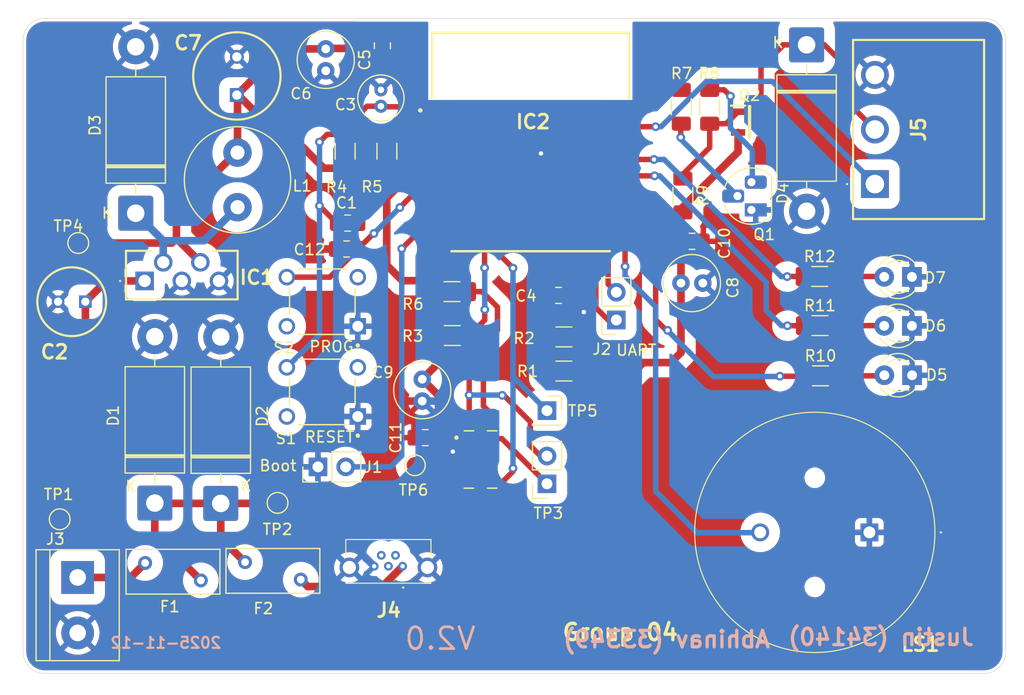
<source format=kicad_pcb>
(kicad_pcb (version 20241229) (generator "pcbnew") (generator_version "9.0")
  (title_block (title "KnockLock") (date "2025-11-12") (rev "V2.0") (company "HSRW") (comment 1 "Group 04") (comment 2 "Justin Julius Chin Cheong - 34140") (comment 3 "Abhinav Kothari - 33349"))
  (layers (0 "F.Cu" signal) (2 "B.Cu" signal) (13 "F.Paste" user) (15 "B.Paste" user) (5 "F.SilkS" user "F.Silkscreen") (7 "B.SilkS" user "B.Silkscreen") (1 "F.Mask" user) (3 "B.Mask" user) (25 "Edge.Cuts" user))
  (net 0 "")
  (net 1 "+5V")
  (net 2 "GND")
  (net 3 "+3.3V")
  (net 4 "BAT_V")
  (net 5 "MRESET")
  (net 6 "Net-(D3-K)")
  (net 7 "Net-(D4-K)")
  (net 8 "Net-(D5-A)")
  (net 9 "Net-(D6-A)")
  (net 10 "Net-(D7-A)")
  (net 11 "SDA")
  (net 12 "YLED")
  (net 13 "SERVO")
  (net 14 "RX")
  (net 15 "SCL")
  (net 16 "WAKE_INT")
  (net 17 "Net-(J3-Pin_1)")
  (net 18 "GLED")
  (net 19 "RLED")
  (net 20 "CONTROL")
  (net 21 "BUZZ")
  (net 22 "PROG")
  (net 24 "TX")
  (net 25 "BOOT")
  (net 33 "Net-(F2-Pad1)")
  (net 35 "Net-(Q1-B)")
  (net 36 "Net-(Q1-C)")
  (net 37 "Net-(Q2-G)")
  (footprint "SamacSys_Parts:CAPPRD350W65D800H1300" (layer "F.Cu") (at 124.122016 76.150747 90)
    (property "Reference" "C7")
    (property "Value" "330uF" (hide yes))
  )
  (footprint "SamacSys_Parts:ESP32C3WROOM02N4" (layer "F.Cu") (at 151.985 83.75)
    (property "Reference" "IC2")
    (property "Value" "ESP32-C3-WROOM-02-N4" (hide yes))
  )
  (footprint "Resistor_SMD:R_1206_3216Metric_Pad1.30x1.75mm_HandSolder" (layer "F.Cu") (at 154.075 98.3)
    (property "Reference" "R2")
    (property "Value" "6.8kOhms")
  )
  (footprint "Fuse:Fuse_BelFuse_0ZRE0012FF_L8.3mm_W3.8mm" (layer "F.Cu") (at 115.725 119)
    (property "Reference" "F1")
    (property "Value" "Polyfuse")
  )
  (footprint "LED_THT:LED_D3.0mm" (layer "F.Cu") (at 185.9587 101.807 180)
    (property "Reference" "D5")
    (property "Value" "R-LED")
  )
  (footprint "Capacitor_SMD:C_0805_2012Metric_Pad1.18x1.45mm_HandSolder" (layer "F.Cu") (at 137.45 71.6375 90)
    (property "Reference" "C5")
    (property "Value" "0.1uF")
  )
  (footprint "Fuse:Fuse_BelFuse_0ZRE0012FF_L8.3mm_W3.8mm" (layer "F.Cu") (at 129.975 120.525 180)
    (property "Reference" "F2")
    (property "Value" "Polyfuse")
  )
  (footprint "Diode_THT:D_DO-201AD_P15.24mm_Horizontal" (layer "F.Cu") (at 116.61 113.515 90)
    (property "Reference" "D1")
    (property "Value" "1N5822")
  )
  (footprint "SamacSys_Parts:SOT95P237X112-3N" (layer "F.Cu") (at 171.075 78.625)
    (property "Reference" "Q2")
    (property "Value" "IRLML6402TRPBF" (hide yes))
  )
  (footprint "TS02-66-60-BK-260-LCR-D:SW_TS02-66-60-BK-260-LCR-D" (layer "F.Cu") (at 131.95 95.075 180)
    (property "Reference" "S2")
    (property "Value" "Programming Button")
  )
  (footprint "Resistor_SMD:R_1206_3216Metric_Pad1.30x1.75mm_HandSolder" (layer "F.Cu") (at 167.425 77.225 -90)
    (property "Reference" "R8")
    (property "Value" "100 Ohms" (hide yes))
  )
  (footprint "TestPoint:TestPoint_Pad_D1.5mm" (layer "F.Cu") (at 127.85 113.5)
    (property "Reference" "TP2")
    (property "Value" "TP_Ext")
  )
  (footprint "SamacSys_Parts:PKM22EPPH4001B0" (layer "F.Cu") (at 182.05 116.2 180)
    (property "Reference" "LS1")
    (property "Value" "PKM22EPPH4001-B0" (hide yes))
  )
  (footprint "Connector_PinSocket_2.54mm:PinSocket_1x01_P2.54mm_Vertical" (layer "F.Cu") (at 152.525 105.05)
    (property "Reference" "TP5")
    (property "Value" "TP_IMUINT")
  )
  (footprint "LED_THT:LED_D3.0mm" (layer "F.Cu") (at 185.9444 97.2878 180)
    (property "Reference" "D6")
    (property "Value" "Y-LED")
  )
  (footprint "Resistor_SMD:R_1206_3216Metric_Pad1.30x1.75mm_HandSolder" (layer "F.Cu") (at 143.825 94.15)
    (property "Reference" "R6")
    (property "Value" "4k7Ohms")
  )
  (footprint "Diode_THT:D_DO-201AD_P15.24mm_Horizontal" (layer "F.Cu") (at 122.65 113.545 90)
    (property "Reference" "D2")
    (property "Value" "1N5822")
  )
  (footprint "Diode_THT:D_DO-201AD_P15.24mm_Horizontal" (layer "F.Cu") (at 114.862016 86.970747 90)
    (property "Reference" "D3")
    (property "Value" "1N5822")
  )
  (footprint "Connector_PinSocket_2.54mm:PinSocket_1x02_P2.54mm_Vertical" (layer "F.Cu") (at 158.875 96.75 180)
    (property "Reference" "J2")
    (property "Value" "UART")
  )
  (footprint "SamacSys_Parts:TBP04R1250003BE" (layer "F.Cu") (at 182.554016 84.303647 90)
    (property "Reference" "J5")
    (property "Value" "TBP04R12-500-03BE" (hide yes))
  )
  (footprint "Diode_THT:D_DO-201AD_P15.24mm_Horizontal" (layer "F.Cu") (at 176.3 71.55 -90)
    (property "Reference" "D4")
    (property "Value" "1N5822")
  )
  (footprint "ADXL345BCCZ-RL7:PQFN80P500X300X100-14N" (layer "F.Cu") (at 146.44 109.525)
    (property "Reference" "U1" (hide yes))
    (property "Value" "ADXL345BCCZ-RL7")
  )
  (footprint "Resistor_SMD:R_1206_3216Metric_Pad1.30x1.75mm_HandSolder" (layer "F.Cu") (at 177.497884 92.764053)
    (property "Reference" "R12")
    (property "Value" "27 Ohms")
  )
  (footprint "Capacitor_SMD:C_0805_2012Metric_Pad1.18x1.45mm_HandSolder" (layer "F.Cu") (at 165.8075 89.545 180)
    (property "Reference" "C10")
    (property "Value" "0.1uF")
  )
  (footprint "Resistor_SMD:R_1206_3216Metric_Pad1.30x1.75mm_HandSolder" (layer "F.Cu") (at 164.97 85.345 -90)
    (property "Reference" "R9")
    (property "Value" "100kOhms" (hide yes))
  )
  (footprint "SamacSys_Parts:USB3145301A" (layer "F.Cu") (at 138 119.08 180)
    (property "Reference" "J4")
    (property "Value" "Micro USB" (hide yes))
  )
  (footprint "LED_THT:LED_D3.0mm" (layer "F.Cu") (at 185.945 92.8 180)
    (property "Reference" "D7")
    (property "Value" "G-LED")
  )
  (footprint "Inductor_THT:L_Radial_D9.5mm_P5.00mm_Fastron_07HVP" (layer "F.Cu") (at 124.182016 86.420747 90)
    (property "Reference" "L1")
    (property "Value" "330uH")
  )
  (footprint "SamacSys_Parts:CAPPRD250W55D630H1220" (layer "F.Cu") (at 110.25 95.075 180)
    (property "Reference" "C2")
    (property "Value" "100uF")
  )
  (footprint "TestPoint:TestPoint_Pad_D1.5mm" (layer "F.Cu") (at 107.9 115 180)
    (property "Reference" "TP1")
    (property "Value" "TP_Bat")
  )
  (footprint "Resistor_SMD:R_1206_3216Metric_Pad1.30x1.75mm_HandSolder" (layer "F.Cu") (at 164.825 77.225 -90)
    (property "Reference" "R7")
    (property "Value" "10kOhms" (hide yes))
  )
  (footprint "Capacitor_THT:C_Radial_D4.0mm_H7.0mm_P1.50mm" (layer "F.Cu") (at 137.315 77.175 90)
    (property "Reference" "C3")
    (property "Value" "1uF")
  )
  (footprint "Resistor_SMD:R_1206_3216Metric_Pad1.30x1.75mm_HandSolder" (layer "F.Cu") (at 134.04 81.3 -90)
    (property "Reference" "R4")
    (property "Value" "10kOhms")
  )
  (footprint "Resistor_SMD:R_1206_3216Metric_Pad1.30x1.75mm_HandSolder" (layer "F.Cu") (at 177.522884 97.264053)
    (property "Reference" "R11")
    (property "Value" "27 Ohms")
  )
  (footprint "Resistor_SMD:R_1206_3216Metric_Pad1.30x1.75mm_HandSolder" (layer "F.Cu") (at 143.85 98.175)
    (property "Reference" "R3")
    (property "Value" "4k7Ohms")
  )
  (footprint "Capacitor_THT:C_Radial_D5.0mm_H11.0mm_P2.00mm" (layer "F.Cu") (at 166.795 93.37 180)
    (property "Reference" "C8")
    (property "Value" "10uF")
  )
  (footprint "Connector_PinHeader_2.54mm:PinHeader_1x02_P2.54mm_Vertical" (layer "F.Cu") (at 131.55 110.2 90)
    (property "Reference" "J1")
    (property "Value" "Boot Pins")
  )
  (footprint "Connector_PinSocket_2.54mm:PinSocket_1x02_P2.54mm_Vertical" (layer "F.Cu") (at 152.525 111.75 180)
    (property "Reference" "TP3")
    (property "Value" "TP_I2C")
  )
  (footprint "TerminalBlock:TerminalBlock_bornier-2_P5.08mm" (layer "F.Cu") (at 109.542716 120.327147 -90)
    (property "Reference" "J3")
    (property "Value" "Battery Port")
  )
  (footprint "Package_TO_SOT_THT:TO-92_HandSolder" (layer "F.Cu") (at 171.245 86.67 90)
    (property "Reference" "Q1")
    (property "Value" "BC547B")
  )
  (footprint "Resistor_SMD:R_1206_3216Metric_Pad1.30x1.75mm_HandSolder" (layer "F.Cu") (at 154.075 101.425 180)
    (property "Reference" "R1")
    (property "Value" "10kOhms")
  )
  (footprint "TestPoint:TestPoint_Pad_D1.5mm" (layer "F.Cu") (at 109.6 89.7)
    (property "Reference" "TP4")
    (property "Value" "TP_3.3V")
  )
  (footprint "Capacitor_SMD:C_0805_2012Metric_Pad1.18x1.45mm_HandSolder" (layer "F.Cu") (at 134.175 90.25)
    (property "Reference" "C12")
    (property "Value" "0.1uF")
  )
  (footprint "SamacSys_Parts:LM257533WT" (layer "F.Cu") (at 115.678016 93.170747)
    (property "Reference" "IC1")
    (property "Value" "LM2575-3.3WT" (hide yes))
  )
  (footprint "Capacitor_THT:C_Radial_D5.0mm_H11.0mm_P2.00mm" (layer "F.Cu") (at 132.265 73.925 90)
    (property "Reference" "C6")
    (property "Value" "10uF")
  )
  (footprint "Capacitor_THT:C_Radial_D5.0mm_H11.0mm_P2.00mm" (layer "F.Cu") (at 141.1 104.175 90)
    (property "Reference" "C9")
    (property "Value" "10uF")
  )
  (footprint "Capacitor_SMD:C_0805_2012Metric_Pad1.18x1.45mm_HandSolder" (layer "F.Cu") (at 153.575 94.5)
    (property "Reference" "C4")
    (property "Value" "0.1uF")
  )
  (footprint "Capacitor_SMD:C_0805_2012Metric_Pad1.18x1.45mm_HandSolder" (layer "F.Cu") (at 141.375 107.525)
    (property "Reference" "C11")
    (property "Value" "0.1uF")
  )
  (footprint "Capacitor_SMD:C_0805_2012Metric_Pad1.18x1.45mm_HandSolder" (layer "F.Cu") (at 134.265 87.875 180)
    (property "Reference" "C1")
    (property "Value" "0.1uF")
  )
  (footprint "TS02-66-60-BK-260-LCR-D:SW_TS02-66-60-BK-260-LCR-D" (layer "F.Cu") (at 131.95 103.3375 180)
    (property "Reference" "S1")
    (property "Value" "Reset Button")
  )
  (footprint "Resistor_SMD:R_1206_3216Metric_Pad1.30x1.75mm_HandSolder" (layer "F.Cu") (at 177.572884 101.864053)
    (property "Reference" "R10")
    (property "Value" "27 Ohms")
  )
  (footprint "Resistor_SMD:R_1206_3216Metric_Pad1.30x1.75mm_HandSolder" (layer "F.Cu") (at 137.865 81.3 90)
    (property "Reference" "R5")
    (property "Value" "10kOhms")
  )
  (footprint "TestPoint:TestPoint_Pad_D1.5mm" (layer "F.Cu") (at 140.425 110.05)
    (property "Reference" "TP6")
    (property "Value" "TP_IMUV" (hide yes))
  )
  (gr_line (start 192.541716 129.125147) (end 106.541716 129.125147) (stroke (width 0.05)) (layer "Edge.Cuts"))
  (gr_arc (start 192.541716 69.125147) (mid 193.95593 69.710933) (end 194.541716 71.125147) (stroke (width 0.05)) (layer "Edge.Cuts"))
  (gr_line (start 106.541716 69.125147) (end 192.541716 69.125147) (stroke (width 0.05)) (layer "Edge.Cuts"))
  (gr_arc (start 104.541716 71.125147) (mid 105.127502 69.710933) (end 106.541716 69.125147) (stroke (width 0.05)) (layer "Edge.Cuts"))
  (gr_arc (start 106.541716 129.125147) (mid 105.127502 128.539361) (end 104.541716 127.125147) (stroke (width 0.05)) (layer "Edge.Cuts"))
  (gr_line (start 104.541716 127.125147) (end 104.541716 71.125147) (stroke (width 0.05)) (layer "Edge.Cuts"))
  (gr_line (start 194.541716 71.125147) (end 194.541716 127.125147) (stroke (width 0.05)) (layer "Edge.Cuts"))
  (gr_arc (start 194.541716 127.125147) (mid 193.95593 128.539361) (end 192.541716 129.125147) (stroke (width 0.05)) (layer "Edge.Cuts"))
  (gr_text "Boot" (at 126.1 110.675 0) (layer "F.SilkS") (effects (font (size 1 1)) (justify left bottom)))
  (gr_text "UART" (at 158.775 100.1 0) (layer "F.SilkS") (effects (font (size 1 1)) (justify left bottom)))
  (gr_text "PROG" (at 130.675 99.775 0) (layer "F.SilkS") (effects (font (size 1 1)) (justify left bottom)))
  (gr_text "RESET" (at 130.25 108.05 0) (layer "F.SilkS") (effects (font (size 1 1)) (justify left bottom)))
  (gr_text "${COMMENT1}" (at 153.785 126.225 0) (layer "F.SilkS") (effects (font (size 1.5 1.5) (thickness 0.3) (bold yes)) (justify left bottom)))
  (gr_text "${PROJECTNAME} ${REVISION}\n" (at 147.675 127.1 0) (layer "B.SilkS") (effects (font (size 2 2) (thickness 0.25)) (justify left bottom mirror)))
  (gr_text "Justin (34140)" (at 191.775 126.675 0) (layer "B.SilkS") (effects (font (size 1.5 1.5) (thickness 0.3) (bold yes)) (justify left bottom mirror)))
  (gr_text "Abhinav (33349)" (at 173.1 126.875 0) (layer "B.SilkS") (effects (font (size 1.5 1.5) (thickness 0.3) (bold yes)) (justify left bottom mirror)))
  (gr_text "${ISSUE_DATE}" (at 122.8 126.9 0) (layer "B.SilkS") (effects (font (size 1 1) (thickness 0.2) (bold yes)) (justify left bottom mirror)))
  (segment (start 164.795 87.07) (end 164.97 86.895) (width 0.7) (layer "F.Cu") (net 1))
  (segment (start 143.85 113.5) (end 147.25 116.9) (width 0.7) (layer "F.Cu") (net 1))
  (segment (start 122.65 113.545) (end 127.805 113.545) (width 0.7) (layer "F.Cu") (net 1))
  (segment (start 164.97 86.895) (end 164.97 86.405) (width 0.7) (layer "F.Cu") (net 1))
  (segment (start 155.625 115.3) (end 155.625 106.375) (width 0.7) (layer "F.Cu") (net 1))
  (segment (start 161.35 100.65) (end 155.625 106.375) (width 0.7) (layer "F.Cu") (net 1))
  (segment (start 109.15 115) (end 110.25 113.9) (width 0.7) (layer "F.Cu") (net 1))
  (segment (start 116.61 116.385) (end 116.61 113.515) (width 0.7) (layer "F.Cu") (net 1))
  (segment (start 122.65 116.725) (end 122.65 113.545) (width 0.7) (layer "F.Cu") (net 1))
  (segment (start 120.825 120.6) (end 117.875 117.65) (width 0.7) (layer "F.Cu") (net 1))
  (segment (start 127.85 113.5) (end 143.85 113.5) (width 0.7) (layer "F.Cu") (net 1))
  (segment (start 124.875 118.925) (end 124.85 118.925) (width 0.7) (layer "F.Cu") (net 1))
  (segment (start 164.845 93.42) (end 164.795 93.37) (width 0.7) (layer "F.Cu") (net 1))
  (segment (start 155.65 115.325) (end 155.625 115.3) (width 0.7) (layer "F.Cu") (net 1))
  (segment (start 155.625 106.375) (end 155.625 101.425) (width 0.7) (layer "F.Cu") (net 1))
  (segment (start 163.875 100.65) (end 161.35 100.65) (width 0.7) (layer "F.Cu") (net 1))
  (segment (start 124.85 118.925) (end 122.65 116.725) (width 0.7) (layer "F.Cu") (net 1))
  (segment (start 110.25 113.9) (end 112.975 116.625) (width 0.7) (layer "F.Cu") (net 1))
  (segment (start 164.97 86.405) (end 170.025 81.35) (width 0.7) (layer "F.Cu") (net 1))
  (segment (start 164.795 99.73) (end 163.875 100.65) (width 0.7) (layer "F.Cu") (net 1))
  (segment (start 147.25 116.9) (end 154.075 116.9) (width 0.7) (layer "F.Cu") (net 1))
  (segment (start 110.25 95.075) (end 110.25 112.125) (width 0.7) (layer "F.Cu") (net 1))
  (segment (start 122.65 113.545) (end 116.64 113.545) (width 0.7) (layer "F.Cu") (net 1))
  (segment (start 107.9 115) (end 109.15 115) (width 0.7) (layer "F.Cu") (net 1))
  (segment (start 116.85 116.625) (end 117.875 117.65) (width 0.7) (layer "F.Cu") (net 1))
  (segment (start 154.075 116.9) (end 155.65 115.325) (width 0.7) (layer "F.Cu") (net 1))
  (segment (start 110.25 95.075) (end 112.154253 93.170747) (width 0.7) (layer "F.Cu") (net 1))
  (segment (start 110.25 112.125) (end 110.25 113.9) (width 0.7) (layer "F.Cu") (net 1))
  (segment (start 112.975 116.625) (end 116.85 116.625) (width 0.7) (layer "F.Cu") (net 1))
  (segment (start 110.172716 95.152284) (end 110.25 95.075) (width 0.7) (layer "F.Cu") (net 1))
  (segment (start 164.795 93.37) (end 164.795 99.73) (width 0.7) (layer "F.Cu") (net 1))
  (segment (start 117.875 117.65) (end 116.61 116.385) (width 0.7) (layer "F.Cu") (net 1))
  (segment (start 164.795 93.37) (end 164.795 87.07) (width 0.7) (layer "F.Cu") (net 1))
  (segment (start 112.154253 93.170747) (end 115.678016 93.170747) (width 0.7) (layer "F.Cu") (net 1))
  (segment (start 127.805 113.545) (end 127.85 113.5) (width 0.7) (layer "F.Cu") (net 1))
  (segment (start 170.025 81.35) (end 170.025 79.575) (width 0.7) (layer "F.Cu") (net 1))
  (segment (start 122.65 113.545) (end 122.65 113.8173) (width 0.7) (layer "F.Cu") (net 1))
  (segment (start 115.432269 92.925) (end 115.678016 93.170747) (width 0.7) (layer "F.Cu") (net 1))
  (segment (start 144.375 108.325) (end 145.43 108.325) (width 0.5) (layer "F.Cu") (net 2))
  (segment (start 153.085 82.65) (end 150.885 84.85) (width 0.5) (layer "F.Cu") (net 2))
  (segment (start 145.43 109.925) (end 144.663 109.925) (width 0.5) (layer "F.Cu") (net 2))
  (segment (start 152.585 82.15) (end 151.985 82.15) (width 0.5) (layer "F.Cu") (net 2))
  (segment (start 151.985 82.15) (end 151.985 81.51) (width 0.5) (layer "F.Cu") (net 2))
  (segment (start 150.885 82.65) (end 150.885 82.59) (width 0.5) (layer "F.Cu") (net 2))
  (segment (start 151.975 81.5) (end 151.975 81.54) (width 0.5) (layer "F.Cu") (net 2))
  (segment (start 150.885 83.75) (end 153.085 83.75) (width 0.5) (layer "F.Cu") (net 2))
  (segment (start 151.975 81.54) (end 153.085 82.65) (width 0.5) (layer "F.Cu") (net 2))
  (segment (start 141.1 104.175) (end 139.35 104.175) (width 0.7) (layer "F.Cu") (net 2))
  (segment (start 153.085 82.65) (end 152.585 82.15) (width 0.5) (layer "F.Cu") (net 2))
  (segment (start 144.663 109.925) (end 143.9 109.162) (width 0.5) (layer "F.Cu") (net 2))
  (segment (start 150.885 84.85) (end 150.885 82.65) (width 0.5) (layer "F.Cu") (net 2))
  (segment (start 147.45 108.325) (end 147.399 108.376) (width 0.5) (layer "F.Cu") (net 2))
  (segment (start 150.885 82.59) (end 151.975 81.5) (width 0.5) (layer "F.Cu") (net 2))
  (segment (start 133.1375 90.25) (end 130.675 90.25) (width 0.7) (layer "F.Cu") (net 2))
  (segment (start 151.985 81.51) (end 151.975 81.5) (width 0.5) (layer "F.Cu") (net 2))
  (segment (start 147.399 108.376) (end 145.481 108.376) (width 0.5) (layer "F.Cu") (net 2))
  (segment (start 150.885 82.65) (end 153.085 84.85) (width 0.5) (layer "F.Cu") (net 2))
  (segment (start 151.985 82.65) (end 151.985 84.85) (width 0.5) (layer "F.Cu") (net 2))
  (segment (start 153.085 82.65) (end 153.085 84.85) (width 0.5) (layer "F.Cu") (net 2))
  (segment (start 151.485 82.65) (end 151.985 82.15) (width 0.5) (layer "F.Cu") (net 2))
  (segment (start 135.3025 87.875) (end 135.3025 86.475) (width 0.7) (layer "F.Cu") (net 2))
  (segment (start 153.085 83.75) (end 151.985 84.85) (width 0.5) (layer "F.Cu") (net 2))
  (segment (start 143.9 109.162) (end 143.9 108.8) (width 0.5) (layer "F.Cu") (net 2))
  (segment (start 135.3025 85.8525) (end 135.3 85.85) (width 0.7) (layer "F.Cu") (net 2))
  (segment (start 151.985 84.85) (end 150.885 83.75) (width 0.5) (layer "F.Cu") (net 2))
  (segment (start 145.43 110.725) (end 145.43 109.925) (width 0.5) (layer "F.Cu") (net 2))
  (segment (start 143.9 108.8) (end 144.375 108.325) (width 0.5) (layer "F.Cu") (net 2))
  (segment (start 151.985 82.65) (end 153.085 83.75) (width 0.5) (layer "F.Cu") (net 2))
  (segment (start 151.985 82.65) (end 151.985 82.15) (width 0.5) (layer "F.Cu") (net 2))
  (segment (start 145.481 108.376) (end 145.43 108.325) (width 0.5) (layer "F.Cu") (net 2))
  (segment (start 176.184016 87.193647) (end 176.184016 86.340984) (width 0.5) (layer "F.Cu") (net 2))
  (segment (start 150.885 83.75) (end 151.985 82.65) (width 0.5) (layer "F.Cu") (net 2))
  (segment (start 150.885 82.65) (end 151.485 82.65) (width 0.5) (layer "F.Cu") (net 2))
  (segment (start 150.885 82.65) (end 153.085 82.65) (width 0.5) (layer "F.Cu") (net 2))
  (segment (start 153.085 84.85) (end 150.885 84.85) (width 0.5) (layer "F.Cu") (net 2))
  (via (at 151.975 81.5) (size 0.8) (drill 0.4) (layers "F.Cu" "B.Cu") (net 2))
  (via (at 155.9 96.025) (size 0.8) (drill 0.4) (layers "F.Cu" "B.Cu") (net 2))
  (via (at 143.9 108.8) (size 0.8) (drill 0.4) (layers "F.Cu" "B.Cu") (net 2))
  (segment (start 136.7 119.3) (end 135.575 118.175) (width 0.7) (layer "B.Cu") (net 2))
  (segment (start 135.575 118.175) (end 135.575 116.375) (width 0.7) (layer "B.Cu") (net 2))
  (segment (start 141.1 104.175) (end 143 104.175) (width 0.7) (layer "B.Cu") (net 2))
  (segment (start 140.225 72.3) (end 140.225 76.325) (width 0.7) (layer "F.Cu") (net 3))
  (segment (start 139.275 93.15) (end 141.275 93.15) (width 0.7) (layer "F.Cu") (net 3))
  (segment (start 142.4185 107.519) (end 145.43 107.519) (width 0.7) (layer "F.Cu") (net 3))
  (segment (start 128.065 78.825) (end 132.09 82.85) (width 0.7) (layer "F.Cu") (net 3))
  (segment (start 128.347763 71.925) (end 132.265 71.925) (width 0.7) (layer "F.Cu") (net 3))
  (segment (start 143.894 110.956) (end 144.469 111.531) (width 0.7) (layer "F.Cu") (net 3))
  (segment (start 132.09 82.85) (end 134.04 82.85) (width 0.7) (layer "F.Cu") (net 3))
  (segment (start 136.09 70.6) (end 137.45 70.6) (width 0.7) (layer "F.Cu") (net 3))
  (segment (start 132.315 71.875) (end 134.815 71.875) (width 0.7) (layer "F.Cu") (net 3))
  (segment (start 124.182016 81.420747) (end 124.182016 76.210747) (width 0.7) (layer "F.Cu") (net 3))
  (segment (start 142.6 103.675) (end 142.6 107.3375) (width 0.7) (layer "F.Cu") (net 3))
  (segment (start 118.59 86.885) (end 118.59 89.275731) (width 0.7) (layer "F.Cu") (net 3))
  (segment (start 145.434 111.535) (end 145.43 111.531) (width 0.7) (layer "F.Cu") (net 3))
  (segment (start 142.4125 109.4745) (end 143.4065 110.4685) (width 0.7) (layer "F.Cu") (net 3))
  (segment (start 142.988 110.05) (end 143.894 110.956) (width 0.7) (layer "F.Cu") (net 3))
  (segment (start 146.44 111.535) (end 145.434 111.535) (width 0.7) (layer "F.Cu") (net 3))
  (segment (start 137.45 70.6) (end 138.525 70.6) (width 0.7) (layer "F.Cu") (net 3))
  (segment (start 124.182016 81.420747) (end 124.054253 81.420747) (width 0.7) (layer "F.Cu") (net 3))
  (segment (start 124.054253 81.420747) (end 118.59 86.885) (width 0.7) (layer "F.Cu") (net 3))
  (segment (start 142.4125 107.525) (end 142.4125 109.4745) (width 0.7) (layer "F.Cu") (net 3))
  (segment (start 141.1 102.175) (end 142.6 103.675) (width 0.7) (layer "F.Cu") (net 3))
  (segment (start 143.4065 110.4685) (end 143.894 110.956) (width 0.7) (layer "F.Cu") (net 3))
  (segment (start 141.45 77.55) (end 142.275 77.55) (width 0.7) (layer "F.Cu") (net 3))
  (segment (start 138.525 70.6) (end 140.225 72.3) (width 0.7) (layer "F.Cu") (net 3))
  (segment (start 132.265 71.925) (end 132.315 71.875) (width 0.7) (layer "F.Cu") (net 3))
  (segment (start 141.275 93.15) (end 142.275 94.15) (width 0.7) (layer "F.Cu") (net 3))
  (segment (start 140.425 110.05) (end 142.988 110.05) (width 0.7) (layer "F.Cu") (net 3))
  (segment (start 142.3 100.975) (end 141.1 102.175) (width 0.7) (layer "F.Cu") (net 3))
  (segment (start 124.122016 76.150747) (end 124.250747 76.150747) (width 0.7) (layer "F.Cu") (net 3))
  (segment (start 124.182016 76.210747) (end 124.122016 76.150747) (width 0.7) (layer "F.Cu") (net 3))
  (segment (start 144.469 111.531) (end 145.43 111.531) (width 0.7) (layer "F.Cu") (net 3))
  (segment (start 137.85 91.725) (end 139.275 93.15) (width 0.7) (layer "F.Cu") (net 3))
  (segment (start 142.4125 107.525) (end 142.4185 107.519) (width 0.7) (layer "F.Cu") (net 3))
  (segment (start 118.165731 89.7) (end 118.59 89.275731) (width 0.7) (layer "F.Cu") (net 3))
  (segment (start 142.3 98.175) (end 142.3 100.975) (width 0.7) (layer "F.Cu") (net 3))
  (segment (start 142.6 107.3375) (end 142.4125 107.525) (width 0.7) (layer "F.Cu") (net 3))
  (segment (start 142.275 98.15) (end 142.25 98.175) (width 0.7) (layer "F.Cu") (net 3))
  (segment (start 124.122016 76.150747) (end 128.347763 71.925) (width 0.7) (layer "F.Cu") (net 3))
  (segment (start 138.65 83.635) (end 138.65 84.775) (width 0.7) (layer "F.Cu") (net 3))
  (segment (start 142.275 94.15) (end 142.275 98.15) (width 0.7) (layer "F.Cu") (net 3))
  (segment (start 138.65 84.775) (end 137.85 85.575) (width 0.7) (layer "F.Cu") (net 3))
  (segment (start 124.250747 76.150747) (end 126.925 78.825) (width 0.7) (layer "F.Cu") (net 3))
  (segment (start 140.225 76.325) (end 141.45 77.55) (width 0.7) (layer "F.Cu") (net 3))
  (segment (start 118.59 89.275731) (end 120.783016 91.468747) (width 0.7) (layer "F.Cu") (net 3))
  (segment (start 137.865 82.85) (end 138.65 83.635) (width 0.7) (layer "F.Cu") (net 3))
  (segment (start 134.815 71.875) (end 136.09 70.6) (width 0.7) (layer "F.Cu") (net 3))
  (segment (start 134.04 82.85) (end 137.865 82.85) (width 0.7) (layer "F.Cu") (net 3))
  (segment (start 109.9 89.7) (end 118.165731 89.7) (width 0.7) (layer "F.Cu") (net 3))
  (segment (start 137.85 85.575) (end 137.85 91.725) (width 0.7) (layer "F.Cu") (net 3))
  (segment (start 126.925 78.825) (end 128.065 78.825) (width 0.7) (layer "F.Cu") (net 3))
  (segment (start 155.76 88.425) (end 152.525 91.66) (width 0.7) (layer "F.Cu") (net 4))
  (segment (start 159.775 80.55) (end 159.45 80.55) (width 0.7) (layer "F.Cu") (net 4))
  (segment (start 157.585 83.6) (end 155.76 85.425) (width 0.7) (layer "F.Cu") (net 4))
  (segment (start 155.76 85.425) (end 155.76 88.425) (width 0.7) (layer "F.Cu") (net 4))
  (segment (start 152.525 98.3) (end 152.525 101.7625) (width 0.7) (layer "F.Cu") (net 4))
  (segment (start 157.585 81.89) (end 157.585 83.6) (width 0.7) (layer "F.Cu") (net 4))
  (segment (start 158.9 80.575) (end 157.585 81.89) (width 0.7) (layer "F.Cu") (net 4))
  (segment (start 159.425 80.575) (end 158.9 80.575) (width 0.7) (layer "F.Cu") (net 4))
  (segment (start 152.525 101.7625) (end 152.5875 101.825) (width 0.7) (layer "F.Cu") (net 4))
  (segment (start 159.45 80.55) (end 159.425 80.575) (width 0.7) (layer "F.Cu") (net 4))
  (segment (start 152.525 91.66) (end 152.525 98.3) (width 0.7) (layer "F.Cu") (net 4))
  (segment (start 140.75 79.05) (end 142.275 79.05) (width 0.5) (layer "F.Cu") (net 5))
  (segment (start 136.04 77.175) (end 134.04 79.175) (width 0.5) (layer "F.Cu") (net 5))
  (segment (start 137.315 77.175) (end 136.04 77.175) (width 0.5) (layer "F.Cu") (net 5))
  (segment (start 138.925 77.225) (end 140.75 79.05) (width 0.5) (layer "F.Cu") (net 5))
  (segment (start 137.365 77.225) (end 138.925 77.225) (width 0.5) (layer "F.Cu") (net 5))
  (segment (start 137.315 77.175) (end 137.365 77.225) (width 0.5) (layer "F.Cu") (net 5))
  (segment (start 131.69 80.45) (end 132.39 79.75) (width 0.5) (layer "F.Cu") (net 5))
  (segment (start 131.69 86.3) (end 133.1525 87.7625) (width 0.5) (layer "F.Cu") (net 5))
  (segment (start 134.04 79.175) (end 134.04 79.75) (width 0.5) (layer "F.Cu") (net 5))
  (segment (start 133.1525 87.7625) (end 133.1525 87.8) (width 0.5) (layer "F.Cu") (net 5))
  (segment (start 133.1525 87.8) (end 133.2275 87.875) (width 0.5) (layer "F.Cu") (net 5))
  (segment (start 132.39 79.75) (end 134.04 79.75) (width 0.5) (layer "F.Cu") (net 5))
  (via (at 131.69 80.45) (size 0.8) (drill 0.4) (layers "F.Cu" "B.Cu") (net 5))
  (via (at 131.69 86.3) (size 0.8) (drill 0.4) (layers "F.Cu" "B.Cu") (net 5))
  (segment (start 131.69 86.3) (end 131.69 80.45) (width 0.5) (layer "B.Cu") (net 5))
  (segment (start 131.69 98.0975) (end 128.7 101.0875) (width 0.5) (layer "B.Cu") (net 5))
  (segment (start 131.69 86.3) (end 131.69 98.0975) (width 0.5) (layer "B.Cu") (net 5))
  (segment (start 117.380016 91.468747) (end 117.380016 89.488747) (width 0.7) (layer "B.Cu") (net 6))
  (segment (start 117.380016 89.488747) (end 114.862016 86.970747) (width 0.7) (layer "B.Cu") (net 6))
  (segment (start 114.862016 86.970747) (end 114.862016 86.997016) (width 0.7) (layer "B.Cu") (net 6))
  (segment (start 121.114016 89.488747) (end 124.182016 86.420747) (width 0.7) (layer "B.Cu") (net 6))
  (segment (start 124.182016 86.742016) (end 124.29 86.85) (width 0.7) (layer "B.Cu") (net 6))
  (segment (start 124.182016 86.420747) (end 124.182016 86.742016) (width 0.7) (layer "B.Cu") (net 6))
  (segment (start 117.380016 89.488747) (end 121.114016 89.488747) (width 0.7) (layer "B.Cu") (net 6))
  (segment (start 180 76.749631) (end 182.554016 79.303647) (width 0.5) (layer "F.Cu") (net 7))
  (segment (start 176.3 71.55) (end 177.925 71.55) (width 0.5) (layer "F.Cu") (net 7))
  (segment (start 180 73.625) (end 180 76.749631) (width 0.5) (layer "F.Cu") (net 7))
  (segment (start 172.125 73.625) (end 174.125 71.625) (width 0.5) (layer "F.Cu") (net 7))
  (segment (start 174.125 71.55) (end 176.3 71.55) (width 0.5) (layer "F.Cu") (net 7))
  (segment (start 182.554016 79.970984) (end 182.554016 79.303647) (width 0.5) (layer "F.Cu") (net 7))
  (segment (start 172.125 78.625) (end 172.125 73.625) (width 0.5) (layer "F.Cu") (net 7))
  (segment (start 177.925 71.55) (end 180 73.625) (width 0.5) (layer "F.Cu") (net 7))
  (segment (start 174.125 71.625) (end 174.125 71.55) (width 0.5) (layer "F.Cu") (net 7))
  (segment (start 179.122884 101.864053) (end 183.361647 101.864053) (width 0.5) (layer "F.Cu") (net 8))
  (segment (start 183.361647 101.864053) (end 183.4187 101.807) (width 0.5) (layer "F.Cu") (net 8))
  (segment (start 183.380653 97.264053) (end 183.4044 97.2878) (width 0.5) (layer "F.Cu") (net 9))
  (segment (start 179.072884 97.264053) (end 183.380653 97.264053) (width 0.5) (layer "F.Cu") (net 9))
  (segment (start 183.369053 92.764053) (end 183.405 92.8) (width 0.5) (layer "F.Cu") (net 10))
  (segment (start 179.047884 92.764053) (end 183.369053 92.764053) (width 0.5) (layer "F.Cu") (net 10))
  (segment (start 146.7 104.625) (end 146.7 98.975) (width 0.5) (layer "F.Cu") (net 11))
  (segment (start 143.65 83.55) (end 142.275 83.55) (width 0.5) (layer "F.Cu") (net 11))
  (segment (start 144.55 84.45) (end 143.65 83.55) (width 0.5) (layer "F.Cu") (net 11))
  (segment (start 147.45 107.525) (end 147.544 107.619) (width 0.5) (layer "F.Cu") (net 11))
  (segment (start 144.55 93.325) (end 144.55 84.45) (width 0.5) (layer "F.Cu") (net 11))
  (segment (start 147.45 107.525) (end 147.45 105.375) (width 0.5) (layer "F.Cu") (net 11))
  (segment (start 147.9875 97.6875) (end 147.9875 95.5625) (width 0.5) (layer "F.Cu") (net 11))
  (segment (start 147.9875 95.5625) (end 146.575 94.15) (width 0.5) (layer "F.Cu") (net 11))
  (segment (start 147.544 107.619) (end 148.394 107.619) (width 0.5) (layer "F.Cu") (net 11))
  (segment (start 147.45 105.375) (end 146.7 104.625) (width 0.5) (layer "F.Cu") (net 11))
  (segment (start 146.7 98.975) (end 147.9875 97.6875) (width 0.5) (layer "F.Cu") (net 11))
  (segment (start 145.375 94.15) (end 144.55 93.325) (width 0.5) (layer "F.Cu") (net 11))
  (segment (start 148.394 107.619) (end 152.525 111.75) (width 0.5) (layer "F.Cu") (net 11))
  (segment (start 146.575 94.15) (end 145.375 94.15) (width 0.5) (layer "F.Cu") (net 11))
  (segment (start 175.961937 97.275) (end 175.972884 97.264053) (width 0.5) (layer "F.Cu") (net 12))
  (segment (start 174.545 97.275) (end 175.961937 97.275) (width 0.5) (layer "F.Cu") (net 12))
  (segment (start 159.775 83.55) (end 162.375 83.55) (width 0.5) (layer "F.Cu") (net 12))
  (via (at 162.375 83.55) (size 0.8) (drill 0.4) (layers "F.Cu" "B.Cu") (net 12))
  (via (at 174.545 97.275) (size 0.8) (drill 0.4) (layers "F.Cu" "B.Cu") (net 12))
  (segment (start 174 97.275) (end 174.545 97.275) (width 0.5) (layer "B.Cu") (net 12))
  (segment (start 172.6 93.3) (end 172.6 95.875) (width 0.5) (layer "B.Cu") (net 12))
  (segment (start 162.375 83.55) (end 162.85 83.55) (width 0.5) (layer "B.Cu") (net 12))
  (segment (start 172.6 95.875) (end 174 97.275) (width 0.5) (layer "B.Cu") (net 12))
  (segment (start 162.85 83.55) (end 172.6 93.3) (width 0.5) (layer "B.Cu") (net 12))
  (segment (start 163.725 75.675) (end 164.825 75.675) (width 0.5) (layer "F.Cu") (net 13))
  (segment (start 159.775 77.425) (end 159.775 77.55) (width 0.5) (layer "F.Cu") (net 13))
  (segment (start 161.85 77.55) (end 163.725 75.675) (width 0.5) (layer "F.Cu") (net 13))
  (segment (start 159.775 77.55) (end 161.85 77.55) (width 0.5) (layer "F.Cu") (net 13))
  (segment (start 159.775 77.55) (end 159.9 77.425) (width 0.5) (layer "F.Cu") (net 13))
  (segment (start 164.175 75.675) (end 164.825 75.675) (width 0.5) (layer "F.Cu") (net 13))
  (segment (start 158.125 89.198) (end 159.273 88.05) (width 0.5) (layer "F.Cu") (net 14))
  (segment (start 158.875 94.21) (end 158.125 93.46) (width 0.5) (layer "F.Cu") (net 14))
  (segment (start 159.273 88.05) (end 159.775 88.05) (width 0.5) (layer "F.Cu") (net 14))
  (segment (start 158.125 93.46) (end 158.125 89.198) (width 0.5) (layer "F.Cu") (net 14))
  (segment (start 146.81 91.975) (end 146.81 85.21) (width 0.5) (layer "F.Cu") (net 15))
  (segment (start 146.825 95.8) (end 146.825 96.75) (width 0.5) (layer "F.Cu") (net 15))
  (segment (start 146.825 96.75) (end 145.4 98.175) (width 0.5) (layer "F.Cu") (net 15))
  (segment (start 151.025 108.275) (end 151 108.25) (width 0.5) (layer "F.Cu") (net 15))
  (segment (start 151 108.25) (end 151 106.075) (width 0.5) (layer "F.Cu") (net 15))
  (segment (start 146.81 85.21) (end 143.65 82.05) (width 0.5) (layer "F.Cu") (net 15))
  (segment (start 148.575 103.65) (end 148.425 103.65) (width 0.5) (layer "F.Cu") (net 15))
  (segment (start 146.44 107.515) (end 146.44 106.19) (width 0.5) (layer "F.Cu") (net 15))
  (segment (start 152.525 109.21) (end 151.935 109.21) (width 0.5) (layer "F.Cu") (net 15))
  (segment (start 145.4 98.175) (end 145.35 98.175) (width 0.5) (layer "F.Cu") (net 15))
  (segment (start 151 106.075) (end 148.575 103.65) (width 0.5) (layer "F.Cu") (net 15))
  (segment (start 145.4 105.15) (end 145.4 103.625) (width 0.5) (layer "F.Cu") (net 15))
  (segment (start 151.935 109.21) (end 151.025 108.3) (width 0.5) (layer "F.Cu") (net 15))
  (segment (start 145.4 103.625) (end 145.4 98.175) (width 0.5) (layer "F.Cu") (net 15))
  (segment (start 151.025 108.3) (end 151.025 108.275) (width 0.5) (layer "F.Cu") (net 15))
  (segment (start 146.44 106.19) (end 145.4 105.15) (width 0.5) (layer "F.Cu") (net 15))
  (segment (start 148.425 103.65) (end 148.49 103.65) (width 0.5) (layer "F.Cu") (net 15))
  (segment (start 143.65 82.05) (end 142.275 82.05) (width 0.5) (layer "F.Cu") (net 15))
  (via (at 146.825 95.8) (size 0.8) (drill 0.4) (layers "F.Cu" "B.Cu") (net 15))
  (via (at 145.4 103.625) (size 0.8) (drill 0.4) (layers "F.Cu" "B.Cu") (net 15))
  (via (at 148.425 103.65) (size 0.8) (drill 0.4) (layers "F.Cu" "B.Cu") (net 15))
  (via (at 146.81 91.975) (size 0.8) (drill 0.4) (layers "F.Cu" "B.Cu") (net 15))
  (segment (start 148.4 103.625) (end 148.425 103.65) (width 0.5) (layer "B.Cu") (net 15))
  (segment (start 145.4 103.625) (end 148.4 103.625) (width 0.5) (layer "B.Cu") (net 15))
  (segment (start 146.825 95.8) (end 146.825 91.99) (width 0.5) (layer "B.Cu") (net 15))
  (segment (start 146.825 91.99) (end 146.81 91.975) (width 0.5) (layer "B.Cu") (net 15))
  (segment (start 142.275 80.55) (end 143.635 80.55) (width 0.5) (layer "F.Cu") (net 16))
  (segment (start 148.135 90.725) (end 149.41 92) (width 0.5) (layer "F.Cu") (net 16))
  (segment (start 149.41 110.615) (end 149.41 110.335) (width 0.5) (layer "F.Cu") (net 16))
  (segment (start 148.5 111.525) (end 149.41 110.615) (width 0.5) (layer "F.Cu") (net 16))
  (segment (start 143.635 80.55) (end 148.135 85.05) (width 0.5) (layer "F.Cu") (net 16))
  (segment (start 148.5 111.525) (end 147.45 111.525) (width 0.5) (layer "F.Cu") (net 16))
  (segment (start 149.41 110.335) (end 149.41 110.035) (width 0.5) (layer "F.Cu") (net 16))
  (segment (start 148.135 85.05) (end 148.135 90.725) (width 0.5) (layer "F.Cu") (net 16))
  (via (at 149.41 92) (size 0.8) (drill 0.4) (layers "F.Cu" "B.Cu") (net 16))
  (via (at 149.41 110.335) (size 0.8) (drill 0.4) (layers "F.Cu" "B.Cu") (net 16))
  (segment (start 149.41 110.335) (end 149.41 99.575) (width 0.5) (layer "B.Cu") (net 16))
  (segment (start 149.41 101.935) (end 149.41 92) (width 0.5) (layer "B.Cu") (net 16))
  (segment (start 152.525 105.05) (end 149.41 101.935) (width 0.5) (layer "B.Cu") (net 16))
  (segment (start 109.542716 120.327147) (end 114.397853 120.327147) (width 0.7) (layer "F.Cu") (net 17))
  (segment (start 114.397853 120.327147) (end 115.725 119) (width 0.7) (layer "F.Cu") (net 17))
  (segment (start 174.530947 92.764053) (end 174.52 92.775) (width 0.5) (layer "F.Cu") (net 18))
  (segment (start 159.775 82.05) (end 162.325 82.05) (width 0.5) (layer "F.Cu") (net 18))
  (segment (start 175.947884 92.764053) (end 174.530947 92.764053) (width 0.5) (layer "F.Cu") (net 18))
  (via (at 162.325 82.05) (size 0.8) (drill 0.4) (layers "F.Cu" "B.Cu") (net 18))
  (via (at 174.52 92.775) (size 0.8) (drill 0.4) (layers "F.Cu" "B.Cu") (net 18))
  (segment (start 173.975 92.775) (end 174.52 92.775) (width 0.5) (layer "B.Cu") (net 18))
  (segment (start 162.325 82.05) (end 163.25 82.05) (width 0.5) (layer "B.Cu") (net 18))
  (segment (start 163.25 82.05) (end 173.975 92.775) (width 0.5) (layer "B.Cu") (net 18))
  (segment (start 173.85 101.9) (end 175.986937 101.9) (width 0.5) (layer "F.Cu") (net 19))
  (segment (start 163.575 97.7) (end 163.45 97.7) (width 0.5) (layer "F.Cu") (net 19))
  (segment (start 160.975 85.05) (end 159.775 85.05) (width 0.5) (layer "F.Cu") (net 19))
  (segment (start 175.986937 101.9) (end 176.022884 101.864053) (width 0.5) (layer "F.Cu") (net 19))
  (segment (start 163.45 97.7) (end 162.475 96.725) (width 0.5) (layer "F.Cu") (net 19))
  (segment (start 162.475 86.55) (end 160.975 85.05) (width 0.5) (layer "F.Cu") (net 19))
  (segment (start 162.475 96.725) (end 162.475 86.55) (width 0.5) (layer "F.Cu") (net 19))
  (via (at 173.85 101.9) (size 0.8) (drill 0.4) (layers "F.Cu" "B.Cu") (net 19))
  (via (at 163.575 97.7) (size 0.8) (drill 0.4) (layers "F.Cu" "B.Cu") (net 19))
  (segment (start 167.775 101.925) (end 163.575 97.725) (width 0.5) (layer "B.Cu") (net 19))
  (segment (start 173.85 101.9) (end 173.825 101.925) (width 0.5) (layer "B.Cu") (net 19))
  (segment (start 163.575 97.725) (end 163.575 97.7) (width 0.5) (layer "B.Cu") (net 19))
  (segment (start 173.825 101.925) (end 167.775 101.925) (width 0.5) (layer "B.Cu") (net 19))
  (segment (start 159.775 79.05) (end 162.475 79.05) (width 0.5) (layer "F.Cu") (net 20))
  (via (at 162.475 79.05) (size 0.8) (drill 0.4) (layers "F.Cu" "B.Cu") (net 20))
  (segment (start 162.475 79.05) (end 162.975 79.05) (width 0.5) (layer "B.Cu") (net 20))
  (segment (start 167.125 74.9) (end 173.150369 74.9) (width 0.5) (layer "B.Cu") (net 20))
  (segment (start 182.554016 83.504016) (end 182.554016 84.303647) (width 0.5) (layer "B.Cu") (net 20))
  (segment (start 162.975 79.05) (end 167.125 74.9) (width 0.5) (layer "B.Cu") (net 20))
  (segment (start 173.150369 74.9) (end 182.554016 84.303647) (width 0.5) (layer "B.Cu") (net 20))
  (segment (start 159.675 91.85) (end 159.675 89.325) (width 0.5) (layer "F.Cu") (net 21))
  (via (at 159.675 91.85) (size 0.8) (drill 0.4) (layers "F.Cu" "B.Cu") (net 21))
  (segment (start 172.025 116.225) (end 166.275 116.225) (width 0.5) (layer "B.Cu") (net 21))
  (segment (start 162.475 95.525) (end 159.675 92.725) (width 0.5) (layer "B.Cu") (net 21))
  (segment (start 166.275 116.225) (end 162.475 112.425) (width 0.5) (layer "B.Cu") (net 21))
  (segment (start 159.675 92.725) (end 159.675 91.85) (width 0.5) (layer "B.Cu") (net 21))
  (segment (start 162.475 112.425) (end 162.475 95.525) (width 0.5) (layer "B.Cu") (net 21))
  (segment (start 172.05 116.2) (end 172.025 116.225) (width 0.5) (layer "B.Cu") (net 21))
  (segment (start 136.6375 88.825) (end 135.2125 90.25) (width 0.5) (layer "F.Cu") (net 22))
  (segment (start 140.175 85.375) (end 141.35 86.55) (width 0.5) (layer "F.Cu") (net 22))
  (segment (start 137.865 79.75) (end 139.275 79.75) (width 0.5) (layer "F.Cu") (net 22))
  (segment (start 141.175 85.05) (end 140.175 84.05) (width 0.5) (layer "F.Cu") (net 22))
  (segment (start 135.2125 90.25) (end 132.6375 92.825) (width 0.5) (layer "F.Cu") (net 22))
  (segment (start 140.175 84.05) (end 140.175 84.975) (width 0.5) (layer "F.Cu") (net 22))
  (segment (start 141.35 86.55) (end 142.275 86.55) (width 0.5) (layer "F.Cu") (net 22))
  (segment (start 139.275 79.75) (end 140.175 80.65) (width 0.5) (layer "F.Cu") (net 22))
  (segment (start 140.175 85.325) (end 140.175 84.65) (width 0.5) (layer "F.Cu") (net 22))
  (segment (start 140.175 80.65) (end 140.175 84.65) (width 0.5) (layer "F.Cu") (net 22))
  (segment (start 140.175 84.65) (end 140.175 84.975) (width 0.5) (layer "F.Cu") (net 22))
  (segment (start 137.99 79.625) (end 137.865 79.75) (width 0.5) (layer "F.Cu") (net 22))
  (segment (start 140.175 84.975) (end 140.175 85.375) (width 0.5) (layer "F.Cu") (net 22))
  (segment (start 132.6375 92.825) (end 128.7 92.825) (width 0.5) (layer "F.Cu") (net 22))
  (segment (start 142.275 85.05) (end 141.175 85.05) (width 0.5) (layer "F.Cu") (net 22))
  (segment (start 136.675 88.825) (end 136.6375 88.825) (width 0.5) (layer "F.Cu") (net 22))
  (segment (start 139.05 86.45) (end 140.175 85.325) (width 0.5) (layer "F.Cu") (net 22))
  (via (at 136.675 88.825) (size 0.8) (drill 0.4) (layers "F.Cu" "B.Cu") (net 22))
  (via (at 139.05 86.45) (size 0.8) (drill 0.4) (layers "F.Cu" "B.Cu") (net 22))
  (segment (start 136.675 88.825) (end 139.05 86.45) (width 0.5) (layer "B.Cu") (net 22))
  (segment (start 157 95.625) (end 157 87.675) (width 0.5) (layer "F.Cu") (net 24))
  (segment (start 157 87.675) (end 158.125 86.55) (width 0.5) (layer "F.Cu") (net 24))
  (segment (start 158.875 96.75) (end 158.125 96.75) (width 0.5) (layer "F.Cu") (net 24))
  (segment (start 158.125 86.55) (end 159.775 86.55) (width 0.5) (layer "F.Cu") (net 24))
  (segment (start 158.125 96.75) (end 157 95.625) (width 0.5) (layer "F.Cu") (net 24))
  (segment (start 139.225 90.225) (end 141.4 88.05) (width 0.5) (layer "F.Cu") (net 25))
  (segment (start 141.4 88.05) (end 142.275 88.05) (width 0.5) (layer "F.Cu") (net 25))
  (via (at 139.225 90.225) (size 0.8) (drill 0.4) (layers "F.Cu" "B.Cu") (net 25))
  (segment (start 139.225 90.225) (end 139.225 109.175) (width 0.5) (layer "B.Cu") (net 25))
  (segment (start 139.225 109.175) (end 138.2 110.2) (width 0.5) (layer "B.Cu") (net 25))
  (segment (start 138.2 110.2) (end 134.09 110.2) (width 0.5) (layer "B.Cu") (net 25))
  (segment (start 137.44 121.16) (end 130.61 121.16) (width 0.7) (layer "F.Cu") (net 33))
  (segment (start 139.3 119.3) (end 137.44 121.16) (width 0.7) (layer "F.Cu") (net 33))
  (segment (start 130.61 121.16) (end 129.975 120.525) (width 0.7) (layer "F.Cu") (net 33))
  (segment (start 164.775 78.825) (end 164.825 78.775) (width 0.5) (layer "F.Cu") (net 35))
  (segment (start 169.975 85.1) (end 169.975 85.4) (width 0.5) (layer "F.Cu") (net 35))
  (segment (start 164.775 80.025) (end 164.775 78.825) (width 0.5) (layer "F.Cu") (net 35))
  (via (at 164.775 80.025) (size 0.8) (drill 0.4) (layers "F.Cu" "B.Cu") (net 35))
  (segment (start 164.775 80.2) (end 164.775 80.025) (width 0.5) (layer "B.Cu") (net 35))
  (segment (start 169.975 85.4) (end 164.775 80.2) (width 0.5) (layer "B.Cu") (net 35))
  (segment (start 168.75 75.675) (end 169.325 76.25) (width 0.5) (layer "F.Cu") (net 36))
  (segment (start 167.425 75.675) (end 168.75 75.675) (width 0.5) (layer "F.Cu") (net 36))
  (via (at 169.325 76.25) (size 0.8) (drill 0.4) (layers "F.Cu" "B.Cu") (net 36))
  (segment (start 171.325 84.05) (end 171.245 84.13) (width 0.5) (layer "B.Cu") (net 36))
  (segment (start 169.325 76.25) (end 169.325 79.175) (width 0.5) (layer "B.Cu") (net 36))
  (segment (start 169.325 79.175) (end 171.325 81.175) (width 0.5) (layer "B.Cu") (net 36))
  (segment (start 171.325 81.175) (end 171.325 84.05) (width 0.5) (layer "B.Cu") (net 36))
  (segment (start 168.925 78.775) (end 170.025 77.675) (width 0.5) (layer "F.Cu") (net 37))
  (segment (start 167.375 79.175) (end 167.375 78.775) (width 0.5) (layer "F.Cu") (net 37))
  (segment (start 164.97 83.405) (end 167.425 80.95) (width 0.5) (layer "F.Cu") (net 37))
  (segment (start 164.97 83.795) (end 164.97 83.405) (width 0.5) (layer "F.Cu") (net 37))
  (segment (start 167.375 78.775) (end 168.925 78.775) (width 0.5) (layer "F.Cu") (net 37))
  (segment (start 167.425 80.95) (end 167.425 78.775) (width 0.5) (layer "F.Cu") (net 37))
  (zone (net 2) (net_name "GND") (layer "F.Cu") (name "GND") (priority 1) (connect_pads (clearance 1)) (min_thickness 0.25) (fill yes (thermal_gap 0.5) (thermal_bridge_width 0.5))
    (polygon (pts (xy 103.711716 67.555147) (xy 195.881716 67.445147) (xy 196.231716 131.095147) (xy 102.431716 130.275147) (xy 103.361716 67.565147) (xy 103.701716 67.555147)))
  )
  (zone (net 0) (net_name "") (layers "F.Cu" "B.Cu") (name "Antenna") (connect_pads (clearance 0)) (min_thickness 0.25)
    (keepout (tracks not_allowed) (vias not_allowed) (pads not_allowed) (copperpour not_allowed) (footprints allowed))
    (fill (thermal_gap 0.5) (thermal_bridge_width 0.5))
    (polygon (pts (xy 141.65 69.1) (xy 141.65 76.6) (xy 160.35 76.6) (xy 160.35 69.1)))
  )
  (zone (net 2) (net_name "GND") (layer "B.Cu") (name "GND") (connect_pads (clearance 1)) (min_thickness 0.25) (fill yes (thermal_gap 0.5) (thermal_bridge_width 0.5))
    (polygon (pts (xy 103.991716 68.705147) (xy 195.171716 67.925147) (xy 195.721716 130.675147) (xy 103.341716 129.705147) (xy 104.021716 68.695147)))
  )
)
</source>
